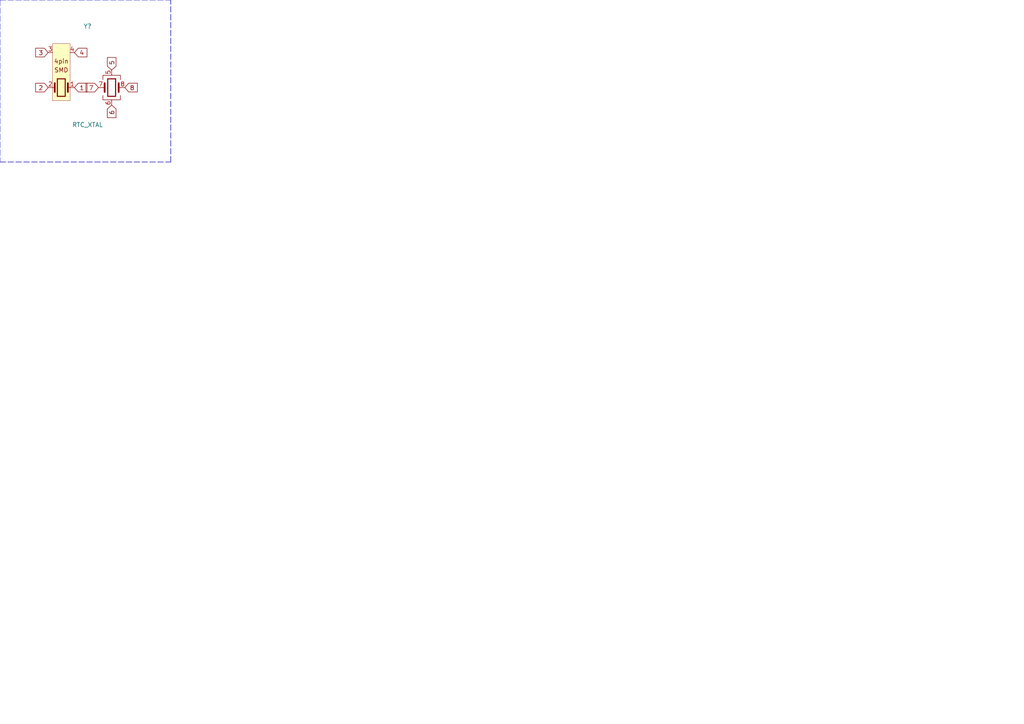
<source format=kicad_sch>
(kicad_sch (version 20201015) (generator eeschema)
  (paper "A4")
  (lib_symbols
    (symbol "osc:RTC_XTAL" (pin_names (offset 0.002) hide)
      (property "Reference" "Y" (at 0 24.13 0))
      (property "Value" "RTC_XTAL" (at 0 -4.445 0))
      (symbol "RTC_XTAL_0_0"
        (text "4pin" (at -7.62 13.97 0) (effects (font (size 1.27 1.27))))
        (text "SMD" (at -7.62 11.43 0) (effects (font (size 1.27 1.27))))
      )
      (symbol "RTC_XTAL_0_1"
        (rectangle (start -8.763 8.89) (end -6.477 3.81) (stroke (width 0.3048)))
        (rectangle (start -10.16 19.05) (end -5.08 2.54) (stroke (width 0.0006)) (fill (type background)))
        (rectangle (start 5.842 8.89) (end 8.128 3.81) (stroke (width 0.3048)))
        (polyline (pts (xy -10.16 6.35) (xy -9.525 6.35)))
        (polyline (pts (xy -9.525 5.08) (xy -9.525 7.62)) (stroke (width 0.508)))
        (polyline (pts (xy -5.715 5.08) (xy -5.715 7.62)) (stroke (width 0.508)))
        (polyline (pts (xy -5.08 6.35) (xy -5.715 6.35)))
        (polyline (pts (xy 4.445 6.35) (xy 4.953 6.35)))
        (polyline (pts (xy 4.953 5.08) (xy 4.953 7.62)) (stroke (width 0.508)))
        (polyline (pts (xy 6.985 2.54) (xy 6.985 2.794)))
        (polyline (pts (xy 6.985 9.906) (xy 6.985 10.16)))
        (polyline (pts (xy 9.017 5.08) (xy 9.017 7.62)) (stroke (width 0.508)))
        (polyline (pts (xy 9.017 6.35) (xy 9.525 6.35)))
        (polyline (pts (xy 4.445 4.064) (xy 4.445 2.794) (xy 9.525 2.794) (xy 9.525 4.064)))
        (polyline (pts (xy 4.445 8.636) (xy 4.445 9.906) (xy 9.525 9.906) (xy 9.525 8.636)))
      )
      (symbol "RTC_XTAL_1_1"
        (pin passive line (at -11.43 6.35 0) (length 1.27) (name "2") (number "2"))
        (pin passive line (at -3.81 6.35 180) (length 1.27) (name "1") (number "1"))
        (pin passive line (at -3.81 16.51 180) (length 1.27) (name "4") (number "4"))
        (pin passive line (at -11.43 16.51 0) (length 1.27) (name "3") (number "3"))
        (pin passive line (at 3.175 6.35 0) (length 1.27) (name "7") (number "7"))
        (pin passive line (at 6.985 11.43 270) (length 1.27) (name "5") (number "5"))
        (pin passive line (at 6.985 1.27 90) (length 1.27) (name "6") (number "6"))
        (pin passive line (at 10.795 6.35 180) (length 1.27) (name "8") (number "8"))
      )
    )
  )
  (polyline (pts (xy 0 0) (xy 0 46.99)) (stroke (width 0) (type dash)))
  (polyline (pts (xy 0 0) (xy 49.53 0)) (stroke (width 0) (type dash)))
  (polyline (pts (xy 0 46.99) (xy 49.53 46.99)) (stroke (width 0) (type dash)))
  (polyline (pts (xy 49.53 46.99) (xy 49.53 0)) (stroke (width 0) (type dash)))
  (text "D Y2\nF .*\nV .*" (at 0 0 0) (effects (font (size 1.27 1.27)) (justify left bottom)))
  (global_label "3" (shape input) (at 13.97 15.24 180) (property "Intersheet References" "${INTERSHEET_REFS}" (effects hide)))
  (global_label "2" (shape input) (at 13.97 25.4 180) (property "Intersheet References" "${INTERSHEET_REFS}" (effects hide)))
  (global_label "4" (shape input) (at 21.59 15.24 0) (property "Intersheet References" "${INTERSHEET_REFS}" (effects hide)))
  (global_label "1" (shape input) (at 21.59 25.4 0) (property "Intersheet References" "${INTERSHEET_REFS}" (effects hide)))
  (global_label "7" (shape input) (at 28.575 25.4 180) (property "Intersheet References" "${INTERSHEET_REFS}" (effects hide)))
  (global_label "5" (shape input) (at 32.385 20.32 90) (property "Intersheet References" "${INTERSHEET_REFS}" (effects hide)))
  (global_label "6" (shape input) (at 32.385 30.48 270) (property "Intersheet References" "${INTERSHEET_REFS}" (effects hide)))
  (global_label "8" (shape input) (at 36.195 25.4 0) (property "Intersheet References" "${INTERSHEET_REFS}" (effects hide)))
  (symbol (lib_id "osc:RTC_XTAL") (at 25.4 31.75 0) (unit 1)
    (property "Reference" "Y?" (at 25.4 7.62 0))
    (property "Value" "RTC_XTAL" (at 25.4 36.195 0))
  )
)
</source>
